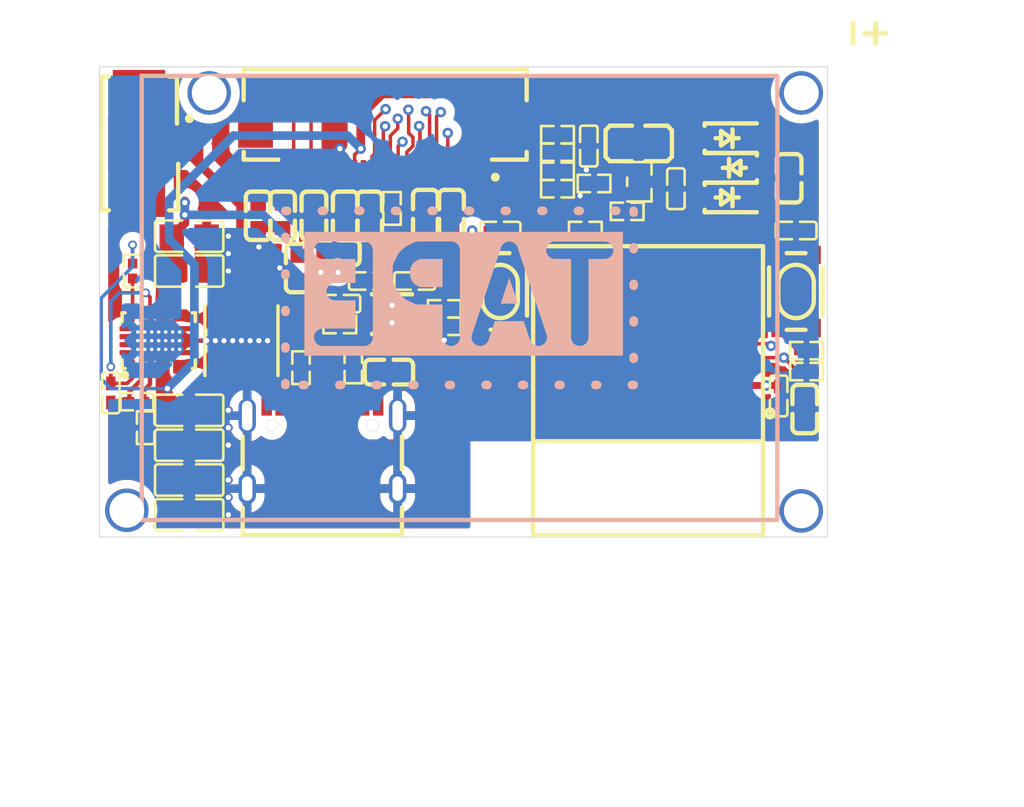
<source format=kicad_pcb>
(kicad_pcb (version 20241229) (generator "pcbnew") (generator_version "9.0")
  (layers (0 "F.Cu" signal) (2 "B.Cu" signal) (13 "F.Paste" user) (15 "B.Paste" user) (5 "F.SilkS" user "F.Silkscreen") (7 "B.SilkS" user "B.Silkscreen") (1 "F.Mask" user) (3 "B.Mask" user) (25 "Edge.Cuts" user))
  (net 0 "")
  (net 1 "esp32.esp32_c3.package.footprint.pins[52].net-net")
  (net 2 "esp32-line-3")
  (net 3 "esp32-line-4")
  (net 4 "-line-14")
  (net 5 "usb.conn.footprint.pins[0].net-net")
  (net 6 "esp32-line-2")
  (net 7 "_25")
  (net 8 "A5")
  (net 9 "-line-7")
  (net 10 "esp32.esp32_c3.package.footprint.pins[1].net-net")
  (net 11 "gate")
  (net 12 "esp32.esp32_c3.package.footprint.pins[26].net-net")
  (net 13 "-line-8")
  (net 14 "output-1")
  (net 15 "_26")
  (net 16 "esp32.esp32_c3.package.footprint.pins[50].net-net")
  (net 17 "-line-0")
  (net 18 "esp32.esp32_c3.package.footprint.pins[20].net-net")
  (net 19 "esp32-line-0")
  (net 20 "-anode-1")
  (net 21 "B5")
  (net 22 "esp32.esp32_c3.package.footprint.pins[17].net-net")
  (net 23 "esp32.esp32_c3.package.footprint.pins[28].net-net")
  (net 24 "epd_fpc-line-0")
  (net 25 "esp32.esp32_c3.package.footprint.pins[25].net-net")
  (net 26 "B8")
  (net 27 "epd_fpc-line-2")
  (net 28 "esp32.esp32_c3.package.footprint.pins[8].net-net")
  (net 29 "esp32.esp32_c3.package.footprint.pins[33].net-net")
  (net 30 "-line-6")
  (net 31 "-line-9")
  (net 32 "source")
  (net 33 "A8")
  (net 34 "esp32.esp32_c3.package.footprint.pins[6].net-net")
  (net 35 "esp32.esp32_c3.package.footprint.pins[21].net-net")
  (net 36 "esp32-line-1")
  (net 37 "-line-4")
  (net 38 "vddio")
  (net 39 "-line-10")
  (net 40 "esp32.esp32_c3.package.footprint.pins[27].net-net")
  (net 41 "esp32-line-5")
  (net 42 "epd_fpc-line-1")
  (net 43 "esp32.esp32_c3.package.footprint.pins[16].net-net")
  (net 44 "-anode-0")
  (net 45 "-line-16")
  (net 46 "-line-13")
  (net 47 "-line-15")
  (net 48 "output-0")
  (net 49 "sw_node")
  (net 50 "cathode")
  (net 51 "-line-3")
  (net 52 "-line-5")
  (net 53 "-line-11")
  (net 54 "-line-1")
  (net 55 "L1")
  (net 56 "ISET")
  (net 57 "ILIM_VSET")
  (net 58 "-hv-2")
  (net 59 "-hv-1")
  (net 60 "STAT2")
  (net 61 "VIN")
  (net 62 "-hv-0")
  (net 63 "EN")
  (net 64 "FB")
  (net 65 "gnd")
  (net 66 "nCE")
  (net 67 "STAT1")
  (net 68 "L2")
  (net 69 "PG")
  (net 70 "TS_MR")
  (net 71 "-line-12")
  (net 72 "-line-2")
  (footprint "UNI_ROYAL_0402WGF1004TCE:R0402" (layer "F.Cu") (at 130.1 99.725 90)
    (property "Reference" "R5" (hide yes))
    (property "Value" "1MΩ ±1% 62.5mW")
  )
  (footprint "MOLEX_532610271:CONN-SMD_532610271" (layer "F.Cu") (at 131.9175 92.4 90)
    (property "Reference" "U1" (hide yes))
    (property "Value" "")
  )
  (footprint "Samsung_Electro_Mechanics_CL21A226MQQNNNE:C0805" (layer "F.Cu") (at 133.35 111.725)
    (property "Reference" "C21" (hide yes))
    (property "Value" "22µF ±20% 6.3V X5R")
  )
  (footprint "Murata_Electronics_GRM155R60J106ME44D:C0402" (layer "F.Cu") (at 143.7 100.3)
    (property "Reference" "C26" (hide yes))
    (property "Value" "10µF ±20% 6.3V X5R")
  )
  (footprint "Samsung_Electro_Mechanics_CL05A105KA5NQNC:C0402" (layer "F.Cu") (at 146.3 100.3 180)
    (property "Reference" "C27" (hide yes))
    (property "Value" "1µF ±10% 25V X5R")
  )
  (footprint "Samsung_Electro_Mechanics_CL10A105KB8NNNC:C0603" (layer "F.Cu") (at 137.313182 96.554221 -90)
    (property "Reference" "C13" (hide yes))
    (property "Value" "1µF ±10% 50V X5R")
  )
  (footprint "Samsung_Electro_Mechanics_CL10A105KB8NNNC:C0603" (layer "F.Cu") (at 143.713182 96.554221 -90)
    (property "Reference" "C2" (hide yes))
    (property "Value" "1µF ±10% 50V X5R")
  )
  (footprint "UNI_ROYAL_0402WGF4701TCE:R0402" (layer "F.Cu") (at 139.772949 105.277503 90)
    (property "Reference" "R13" (hide yes))
    (property "Value" "4.7kΩ ±1% 62.5mW")
  )
  (footprint "UNI_ROYAL_0402WGF1002TCE:R0402" (layer "F.Cu") (at 168.8 104.3 180)
    (property "Reference" "R9" (hide yes))
    (property "Value" "10kΩ ±1% 62.5mW")
  )
  (footprint "UNI_ROYAL_0402WGF1803TCE:R0402" (layer "F.Cu") (at 130.35 107.225 180)
    (property "Reference" "R1" (hide yes))
    (property "Value" "180kΩ ±1% 62.5mW")
  )
  (footprint "UNI_ROYAL_0402WGF1802TCE:R0402" (layer "F.Cu") (at 148 102.9)
    (property "Reference" "R17" (hide yes))
    (property "Value" "18kΩ ±1% 62.5mW")
  )
  (footprint "UNI_ROYAL_0402WGF2001TCE:R0402" (layer "F.Cu") (at 148 101.9)
    (property "Reference" "R15" (hide yes))
    (property "Value" "2kΩ ±1% 62.5mW")
  )
  (footprint "UNI_ROYAL_0402WGF1002TCE:R0402" (layer "F.Cu") (at 154.5 92.9)
    (property "Reference" "R12" (hide yes))
    (property "Value" "10kΩ ±1% 62.5mW")
  )
  (footprint "Samsung_Electro_Mechanics_CL10A105KB8NNNC:C0603" (layer "F.Cu") (at 167.8 94.4 -90)
    (property "Reference" "C12" (hide yes))
    (property "Value" "1µF ±10% 50V X5R")
  )
  (footprint "Samsung_Electro_Mechanics_CL10A105KB8NNNC:C0603" (layer "F.Cu") (at 139.613182 99.554221 -90)
    (property "Reference" "C10" (hide yes))
    (property "Value" "1µF ±10% 50V X5R")
  )
  (footprint "UNI_ROYAL_0402WGF1002TCE:R0402" (layer "F.Cu") (at 168.8 105.5)
    (property "Reference" "R7" (hide yes))
    (property "Value" "10kΩ ±1% 62.5mW")
  )
  (footprint "Samsung_Electro_Mechanics_CL05A105KA5NQNC:C0402" (layer "F.Cu") (at 161.3 95 90)
    (property "Reference" "C18" (hide yes))
    (property "Value" "1µF ±10% 25V X5R")
  )
  (footprint "UNI_ROYAL_0402WGF1004TCE:R0402" (layer "F.Cu") (at 130.85 108.725 90)
    (property "Reference" "R2" (hide yes))
    (property "Value" "1MΩ ±1% 62.5mW")
  )
  (footprint "TDK_MLF2012C680KT000:L0805" (layer "F.Cu") (at 159.2 92.4)
    (property "Reference" "L2" (hide yes))
    (property "Value" "68µH ±10% 9MHz 2mA 2Ω")
  )
  (footprint "Samsung_Electro_Mechanics_CL21A226MQQNNNE:C0805" (layer "F.Cu") (at 133.35 107.725)
    (property "Reference" "C23" (hide yes))
    (property "Value" "22µF ±20% 6.3V X5R")
  )
  (footprint "UNI_ROYAL_0402WGF1002TCE:R0402" (layer "F.Cu") (at 156.6 94.7 180)
    (property "Reference" "R11" (hide yes))
    (property "Value" "10kΩ ±1% 62.5mW")
  )
  (footprint "TWGMC_MBR0530:SOD-123_L2.7-W1.6-LS3.7-RD-1" (layer "F.Cu") (at 164.6 93.8)
    (property "Reference" "D3" (hide yes))
    (property "Value" "")
  )
  (footprint "Texas_Instruments_TPS63020DSJR:VSON-14_L4.0-W3.0-P0.50-BL-EP_TI_DSJ" (layer "F.Cu") (at 131.6 103.725)
    (property "Reference" "U3" (hide yes))
    (property "Value" "")
  )
  (footprint "Samsung_Electro_Mechanics_CL05B104KO5NNNC:C0402" (layer "F.Cu") (at 168.2 97.4 180)
    (property "Reference" "C15" (hide yes))
    (property "Value" "100nF ±10% 16V X7R")
  )
  (footprint "Espressif_Systems_ESP32_C3_MINI_1_N4:WIFIM-SMD_ESP32-C3-MINI-1" (layer "F.Cu") (at 159.7 103.9 180)
    (property "Reference" "U2" (hide yes))
    (property "Value" "")
  )
  (footprint "UNI_ROYAL_0402WGF4701TCE:R0402" (layer "F.Cu") (at 142.773595 105.23043 90)
    (property "Reference" "R14" (hide yes))
    (property "Value" "4.7kΩ ±1% 62.5mW")
  )
  (footprint "UNI_ROYAL_0402WGF470LTCE:R0402" (layer "F.Cu") (at 158.5 96.3)
    (property "Reference" "R10" (hide yes))
    (property "Value" "470mΩ ±1% 62.5mW")
  )
  (footprint "Samsung_Electro_Mechanics_CL21A106KAYNNNE:C0805" (layer "F.Cu") (at 133.35 99.725)
    (property "Reference" "C3" (hide yes))
    (property "Value" "10µF ±10% 25V X5R")
  )
  (footprint "cjiang_FNR4030S1R0MT:IND-SMD_L4.0-W4.0_FNR40XXS" (layer "F.Cu") (at 136.35 103.725 -90)
    (property "Reference" "L1" (hide yes))
    (property "Value" "1µH ±20% 4.7A 18mΩ")
  )
  (footprint "Samsung_Electro_Mechanics_CL05B104KO5NNNC:C0402" (layer "F.Cu") (at 128.85 106.725 -90)
    (property "Reference" "C24" (hide yes))
    (property "Value" "100nF ±10% 16V X7R")
  )
  (footprint "kinghelm_KH_TYPE_C_16P:USB-C-SMD_KH-TYPE-C-16P" (layer "F.Cu") (at 141 109.8)
    (property "Reference" "USB1" (hide yes))
    (property "Value" "")
  )
  (footprint "Samsung_Electro_Mechanics_CL05A475MP5NRNC:C0402" (layer "F.Cu") (at 156.3 92.55 -90)
    (property "Reference" "C1" (hide yes))
    (property "Value" "4.7µF ±20% 10V X5R")
  )
  (footprint "Samsung_Electro_Mechanics_CL21A226MQQNNNE:C0805" (layer "F.Cu") (at 133.35 113.725)
    (property "Reference" "C20" (hide yes))
    (property "Value" "22µF ±20% 6.3V X5R")
  )
  (footprint "UNI_ROYAL_0402WGF1002TCE:R0402" (layer "F.Cu") (at 142 102.8 180)
    (property "Reference" "R16" (hide yes))
    (property "Value" "10kΩ ±1% 62.5mW")
  )
  (footprint "TECH_PUBLIC_SI1308EDL:SOT-323-3_L2.0-W1.3-P1.30-LS2.1-BR" (layer "F.Cu") (at 159.2 94.6 180)
    (property "Reference" "Q1" (hide yes))
    (property "Value" "")
  )
  (footprint "UNI_ROYAL_0402WGF330KTCE:R0402" (layer "F.Cu") (at 154.5 95)
    (property "Reference" "R3" (hide yes))
    (property "Value" "3.3Ω ±1% 62.5mW")
  )
  (footprint "ALPSALPINE_SKRPACE010:KEY-SMD_4P-L4.2-W3.2-P2.20-LS4.6" (layer "F.Cu") (at 151.2 100.9 90)
    (property "Reference" "SW1" (hide yes))
    (property "Value" "")
  )
  (footprint "UNI_ROYAL_0402WGF1002TCE:R0402" (layer "F.Cu") (at 154.5 94)
    (property "Reference" "R4" (hide yes))
    (property "Value" "10kΩ ±1% 62.5mW")
  )
  (footprint "Samsung_Electro_Mechanics_CL21A226MQQNNNE:C0805" (layer "F.Cu") (at 133.35 109.725)
    (property "Reference" "C22" (hide yes))
    (property "Value" "22µF ±20% 6.3V X5R")
  )
  (footprint "XUNPU_FPC_05F_24PH20:FPC-SMD_24P-P0.50_FPC-05F-24PH20" (layer "F.Cu") (at 144.6 92.69 180)
    (property "Reference" "FPC1" (hide yes))
    (property "Value" "")
  )
  (footprint "Samsung_Electro_Mechanics_CL10A105KB8NNNC:C0603" (layer "F.Cu") (at 142.313182 96.554221 -90)
    (property "Reference" "C7" (hide yes))
    (property "Value" "1µF ±10% 50V X5R")
  )
  (footprint "Samsung_Electro_Mechanics_CL21A106KAYNNNE:C0805" (layer "F.Cu") (at 133.35 97.725)
    (property "Reference" "C4" (hide yes))
    (property "Value" "10µF ±10% 25V X5R")
  )
  (footprint "UNI_ROYAL_0402WGF1002TCE:R0402" (layer "F.Cu") (at 154.5 91.9)
    (property "Reference" "R6" (hide yes))
    (property "Value" "10kΩ ±1% 62.5mW")
  )
  (footprint "Samsung_Electro_Mechanics_CL05B104KO5NNNC:C0402" (layer "F.Cu") (at 151.2 97.4)
    (property "Reference" "C14" (hide yes))
    (property "Value" "100nF ±10% 16V X7R")
  )
  (footprint "UNI_ROYAL_0402WGF1002TCE:R0402" (layer "F.Cu") (at 146.663837 103.878114)
    (property "Reference" "R19" (hide yes))
    (property "Value" "10kΩ ±1% 62.5mW")
  )
  (footprint "Samsung_Electro_Mechanics_CL10A105KB8NNNC:C0603" (layer "F.Cu") (at 146.913182 96.454221 -90)
    (property "Reference" "C6" (hide yes))
    (property "Value" "1µF ±10% 50V X5R")
  )
  (footprint "UNI_ROYAL_0402WGF1002TCE:R0402" (layer "F.Cu") (at 145 96.13 -90)
    (property "Reference" "R18" (hide yes))
    (property "Value" "10kΩ ±1% 62.5mW")
  )
  (footprint "Samsung_Electro_Mechanics_CL10A105KB8NNNC:C0603" (layer "F.Cu") (at 138.713182 96.554221 -90)
    (property "Reference" "C11" (hide yes))
    (property "Value" "1µF ±10% 50V X5R")
  )
  (footprint "Samsung_Electro_Mechanics_CL10A475KO8NNNC:C0603" (layer "F.Cu") (at 144.817527 105.531916)
    (property "Reference" "C19" (hide yes))
    (property "Value" "4.7µF ±10% 16V X5R")
  )
  (footprint "Samsung_Electro_Mechanics_CL10A105KB8NNNC:C0603" (layer "F.Cu") (at 148.413182 96.454221 -90)
    (property "Reference" "C5" (hide yes))
    (property "Value" "1µF ±10% 50V X5R")
  )
  (footprint "Samsung_Electro_Mechanics_CL05A105KA5NQNC:C0402" (layer "F.Cu") (at 142 101.6 180)
    (property "Reference" "C25" (hide yes))
    (property "Value" "1µF ±10% 25V X5R")
  )
  (footprint "Samsung_Electro_Mechanics_CL10A105KB8NNNC:C0603" (layer "F.Cu") (at 141.752718 98.676807)
    (property "Reference" "C8" (hide yes))
    (property "Value" "1µF ±10% 50V X5R")
  )
  (footprint "ALPSALPINE_SKRPACE010:KEY-SMD_4P-L4.2-W3.2-P2.20-LS4.6" (layer "F.Cu") (at 168.2 100.9 -90)
    (property "Reference" "SW2" (hide yes))
    (property "Value" "")
  )
  (footprint "UNI_ROYAL_0402WGF1002TCE:R0402" (layer "F.Cu") (at 156.1 97.4 180)
    (property "Reference" "R8" (hide yes))
    (property "Value" "10kΩ ±1% 62.5mW")
  )
  (footprint "BQ25185DLHR_BQ25185DLHR:WSON-10_L2.2-W2.0-P0.40-BL-EP_TI_DLH0010A" (layer "F.Cu") (at 145 102.2 -90)
    (property "Reference" "U4" (hide yes))
    (property "Value" "")
  )
  (footprint "Samsung_Electro_Mechanics_CL05B104KO5NNNC:C0402" (layer "F.Cu") (at 167.2 106.9 -90)
    (property "Reference" "C17" (hide yes))
    (property "Value" "100nF ±10% 16V X7R")
  )
  (footprint "Samsung_Electro_Mechanics_CL10A105KB8NNNC:C0603" (layer "F.Cu") (at 140.513182 96.554221 -90)
    (property "Reference" "C9" (hide yes))
    (property "Value" "1µF ±10% 50V X5R")
  )
  (footprint "TWGMC_MBR0530:SOD-123_L2.7-W1.6-LS3.7-RD-1" (layer "F.Cu") (at 164.3 95.5 180)
    (property "Reference" "D1" (hide yes))
    (property "Value" "")
  )
  (footprint "Samsung_Electro_Mechanics_CL10A226MQ8NRNC:C0603" (layer "F.Cu") (at 168.7 107.65 -90)
    (property "Reference" "C16" (hide yes))
    (property "Value" "22µF ±20% 6.3V X5R")
  )
  (footprint "TWGMC_MBR0530:SOD-123_L2.7-W1.6-LS3.7-RD-1" (layer "F.Cu") (at 164.3 92.1 180)
    (property "Reference" "D2" (hide yes))
    (property "Value" "")
  )
  (footprint "EEMB_BATTERY_LP402535:EEMB_BATTERY_LP402535" (layer "B.Cu") (at 148.875 101.27 -90)
    (property "Reference" "B1" (hide yes))
    (property "Value" "")
  )
  (gr_rect (start 128.2 88) (end 170 115) (stroke (width 0.05)) (fill no) (layer "Edge.Cuts"))
  (gr_text "+" (at 172.875 86.07 270) (layer "F.SilkS") (effects (font (size 1.5 1.5) (thickness 0.3))))
  (gr_text "-" (at 171.575 86.07 270) (layer "F.SilkS") (effects (font (size 1.5 1.5) (thickness 0.3))))
  (via (at 149.6 97.4) (size 0.6) (drill 0.3) (layers "F.Cu" "B.Cu") (net 0))
  (via (at 168.5 113.5) (size 2.5) (drill 2) (layers "F.Cu" "B.Cu") (net 0))
  (via (at 129.768951 113.464469) (size 2.5) (drill 2) (layers "F.Cu" "B.Cu") (net 0))
  (via (at 168.5 89.5) (size 2.5) (drill 2) (layers "F.Cu" "B.Cu") (net 0))
  (via (at 134.5 89.5) (size 2.5) (drill 2) (layers "F.Cu" "B.Cu") (net 0))
  (segment (start 156.5 97.43) (end 156.53 97.4) (width 0.2) (layer "F.Cu") (net 4))
  (segment (start 156.5 99) (end 156.5 97.43) (width 0.2) (layer "F.Cu") (net 4))
  (segment (start 139.772949 105.787503) (end 139.772949 107.357051) (width 0.25) (layer "F.Cu") (net 8))
  (segment (start 139.772949 107.357051) (end 139.75 107.38) (width 0.25) (layer "F.Cu") (net 8))
  (segment (start 141.363182 93.944221) (end 141.363182 98.604221) (width 0.2) (layer "F.Cu") (net 9))
  (segment (start 141.363182 98.604221) (end 141.313182 98.654221) (width 0.2) (layer "F.Cu") (net 9))
  (segment (start 157.03 94.7) (end 157.03 95.4319) (width 0.2) (layer "F.Cu") (net 11))
  (segment (start 157.55 94.7) (end 158.3 93.95) (width 0.2) (layer "F.Cu") (net 11))
  (segment (start 155.1639 95.801) (end 155.1629 95.8) (width 0.2) (layer "F.Cu") (net 11))
  (segment (start 149.85 94.7899) (end 149.85 93.98) (width 0.2) (layer "F.Cu") (net 11))
  (segment (start 157.03 94.7) (end 157.55 94.7) (width 0.2) (layer "F.Cu") (net 11))
  (segment (start 150.8601 95.8) (end 149.85 94.7899) (width 0.2) (layer "F.Cu") (net 11))
  (segment (start 156.048943 96.001) (end 155.551057 96.001) (width 0.2) (layer "F.Cu") (net 11))
  (segment (start 157.03 95.4319) (end 156.5629 95.899) (width 0.2) (layer "F.Cu") (net 11))
  (segment (start 155.551057 96.001) (end 155.351057 95.801) (width 0.2) (layer "F.Cu") (net 11))
  (segment (start 155.351057 95.801) (end 155.1639 95.801) (width 0.2) (layer "F.Cu") (net 11))
  (segment (start 156.5629 95.899) (end 156.150943 95.899) (width 0.2) (layer "F.Cu") (net 11))
  (segment (start 156.150943 95.899) (end 156.048943 96.001) (width 0.2) (layer "F.Cu") (net 11))
  (segment (start 155.1629 95.8) (end 150.8601 95.8) (width 0.2) (layer "F.Cu") (net 11))
  (segment (start 140.513182 95.854221) (end 140.863182 95.504221) (width 0.2) (layer "F.Cu") (net 13))
  (segment (start 140.863182 95.504221) (end 140.863182 93.944221) (width 0.2) (layer "F.Cu") (net 13))
  (segment (start 167.13 98.8) (end 167.13 98.67) (width 0.2) (layer "F.Cu") (net 14))
  (segment (start 167.65 98.15) (end 167.65 97.4) (width 0.2) (layer "F.Cu") (net 14))
  (segment (start 167.13 103.13) (end 167.13 103) (width 0.2) (layer "F.Cu") (net 14))
  (segment (start 167.13 98.67) (end 167.65 98.15) (width 0.2) (layer "F.Cu") (net 14))
  (segment (start 167.13 103) (end 167.13 102.93) (width 0.2) (layer "F.Cu") (net 14))
  (segment (start 168.3 104.3) (end 167.13 103.13) (width 0.2) (layer "F.Cu") (net 14))
  (segment (start 167.13 98.8) (end 167.13 103) (width 0.2) (layer "F.Cu") (net 14))
  (segment (start 166.5 102.3) (end 165.6 102.3) (width 0.2) (layer "F.Cu") (net 14))
  (segment (start 167.13 102.93) (end 166.5 102.3) (width 0.2) (layer "F.Cu") (net 14))
  (segment (start 168.37 104.3) (end 168.3 104.3) (width 0.2) (layer "F.Cu") (net 14))
  (segment (start 146.85 93.034143) (end 147.154131 92.730012) (width 0.2) (layer "F.Cu") (net 17))
  (segment (start 147.154131 90.754131) (end 146.95 90.55) (width 0.2) (layer "F.Cu") (net 17))
  (segment (start 146.95 90.55) (end 146.9 90.5) (width 0.2) (layer "F.Cu") (net 17))
  (segment (start 147.154131 92.730012) (end 147.154131 90.754131) (width 0.2) (layer "F.Cu") (net 17))
  (segment (start 146.85 93.98) (end 146.85 93.034143) (width 0.2) (layer "F.Cu") (net 17))
  (via (at 146.95 90.55) (size 0.6) (drill 0.3) (layers "F.Cu" "B.Cu") (net 17))
  (segment (start 139.35 93.98) (end 139.35 90.65) (width 0.2) (layer "F.Cu") (net 20))
  (segment (start 167.8 92.223) (end 167.8 93.7) (width 0.2) (layer "F.Cu") (net 20))
  (segment (start 164.178 88.601) (end 167.8 92.223) (width 0.2) (layer "F.Cu") (net 20))
  (segment (start 167.7 93.8) (end 167.8 93.7) (width 0.2) (layer "F.Cu") (net 20))
  (segment (start 141.399 88.601) (end 164.178 88.601) (width 0.2) (layer "F.Cu") (net 20))
  (segment (start 139.35 90.65) (end 141.399 88.601) (width 0.2) (layer "F.Cu") (net 20))
  (segment (start 166.3 93.8) (end 167.7 93.8) (width 0.2) (layer "F.Cu") (net 20))
  (segment (start 142.773595 107.356405) (end 142.75 107.38) (width 0.25) (layer "F.Cu") (net 21))
  (segment (start 142.773595 105.74043) (end 142.773595 107.356405) (width 0.25) (layer "F.Cu") (net 21))
  (segment (start 147.555131 90.844869) (end 147.8 90.6) (width 0.2) (layer "F.Cu") (net 27))
  (segment (start 147.35 93.98) (end 147.35 93.103) (width 0.2) (layer "F.Cu") (net 27))
  (segment (start 147.35 93.103) (end 147.5 92.953) (width 0.2) (layer "F.Cu") (net 27))
  (segment (start 147.555131 92.896112) (end 147.555131 90.844869) (width 0.2) (layer "F.Cu") (net 27))
  (segment (start 147.5 92.953) (end 147.5 92.951243) (width 0.2) (layer "F.Cu") (net 27))
  (segment (start 147.5 92.951243) (end 147.555131 92.896112) (width 0.2) (layer "F.Cu") (net 27))
  (via (at 147.8 90.6) (size 0.6) (drill 0.3) (layers "F.Cu" "B.Cu") (net 27))
  (segment (start 141.863182 95.404221) (end 141.863182 93.944221) (width 0.2) (layer "F.Cu") (net 30))
  (segment (start 142.313182 95.854221) (end 141.863182 95.404221) (width 0.2) (layer "F.Cu") (net 30))
  (segment (start 139.863182 94.645439) (end 139.863182 93.944221) (width 0.2) (layer "F.Cu") (net 31))
  (segment (start 138.713182 95.795439) (end 139.863182 94.645439) (width 0.2) (layer "F.Cu") (net 31))
  (segment (start 138.713182 95.854221) (end 138.713182 95.795439) (width 0.2) (layer "F.Cu") (net 31))
  (segment (start 158.3 95.25) (end 158.3 96.07) (width 0.2) (layer "F.Cu") (net 32))
  (segment (start 150.694 96.201) (end 154.9968 96.201) (width 0.2) (layer "F.Cu") (net 32))
  (segment (start 156.215043 96.402) (end 156.317043 96.3) (width 0.2) (layer "F.Cu") (net 32))
  (segment (start 158.1 97.1) (end 157.8 97.4) (width 0.2) (layer "F.Cu") (net 32))
  (segment (start 155.184957 96.202) (end 155.384957 96.402) (width 0.2) (layer "F.Cu") (net 32))
  (segment (start 149.35 94.857) (end 150.694 96.201) (width 0.2) (layer "F.Cu") (net 32))
  (segment (start 154.9978 96.202) (end 155.184957 96.202) (width 0.2) (layer "F.Cu") (net 32))
  (segment (start 158.3 96.07) (end 158.07 96.3) (width 0.2) (layer "F.Cu") (net 32))
  (segment (start 158.07 96.3) (end 158.1 96.33) (width 0.2) (layer "F.Cu") (net 32))
  (segment (start 156.317043 96.3) (end 158.07 96.3) (width 0.2) (layer "F.Cu") (net 32))
  (segment (start 158.1 96.33) (end 158.1 97.1) (width 0.2) (layer "F.Cu") (net 32))
  (segment (start 155.384957 96.402) (end 156.215043 96.402) (width 0.2) (layer "F.Cu") (net 32))
  (segment (start 154.9968 96.201) (end 154.9978 96.202) (width 0.2) (layer "F.Cu") (net 32))
  (segment (start 149.35 93.98) (end 149.35 94.857) (width 0.2) (layer "F.Cu") (net 32))
  (segment (start 148.863182 95.304221) (end 148.863182 93.944221) (width 0.2) (layer "F.Cu") (net 37))
  (segment (start 148.413182 95.754221) (end 148.863182 95.304221) (width 0.2) (layer "F.Cu") (net 37))
  (segment (start 143.363182 95.504221) (end 143.363182 93.944221) (width 0.2) (layer "F.Cu") (net 38))
  (segment (start 143.713182 95.854221) (end 143.363182 95.504221) (width 0.2) (layer "F.Cu") (net 38))
  (segment (start 137.313182 95.854221) (end 137.313182 95.494221) (width 0.2) (layer "F.Cu") (net 39))
  (segment (start 137.313182 95.494221) (end 138.863182 93.944221) (width 0.2) (layer "F.Cu") (net 39))
  (segment (start 147.85 93.1701) (end 148.2 92.8201) (width 0.2) (layer "F.Cu") (net 42))
  (segment (start 148.2 92.8201) (end 148.2 91.8) (width 0.2) (layer "F.Cu") (net 42))
  (segment (start 147.85 93.98) (end 147.85 93.1701) (width 0.2) (layer "F.Cu") (net 42))
  (via (at 148.2 91.8) (size 0.6) (drill 0.3) (layers "F.Cu" "B.Cu") (net 42))
  (segment (start 162.9 95.2) (end 162.6 95.5) (width 0.2) (layer "F.Cu") (net 44))
  (segment (start 162.6 95.5) (end 161.35 95.5) (width 0.2) (layer "F.Cu") (net 44))
  (segment (start 161.35 95.5) (end 161.3 95.55) (width 0.2) (layer "F.Cu") (net 44))
  (segment (start 162.9 93.8) (end 162.9 95.2) (width 0.2) (layer "F.Cu") (net 44))
  (segment (start 140.75 108.35) (end 140.75 107.38) (width 0.2) (layer "F.Cu") (net 45))
  (segment (start 151.619 105.128) (end 146.847 109.9) (width 0.2) (layer "F.Cu") (net 45))
  (segment (start 151.619 102.174) (end 151.619 105.128) (width 0.2) (layer "F.Cu") (net 45))
  (segment (start 146.847 109.9) (end 142.3 109.9) (width 0.2) (layer "F.Cu") (net 45))
  (segment (start 153.8 101.5) (end 152.293 101.5) (width 0.2) (layer "F.Cu") (net 45))
  (segment (start 152.293 101.5) (end 151.619 102.174) (width 0.2) (layer "F.Cu") (net 45))
  (segment (start 142.3 109.9) (end 140.75 108.35) (width 0.2) (layer "F.Cu") (net 45))
  (segment (start 144 91.060662) (end 144 93) (width 0.2) (layer "F.Cu") (net 46))
  (segment (start 144 93) (end 143.85 93.15) (width 0.2) (layer "F.Cu") (net 46))
  (segment (start 143.85 93.15) (end 143.85 93.98) (width 0.2) (layer "F.Cu") (net 46))
  (segment (start 144.628831 90.431831) (end 144 91.060662) (width 0.2) (layer "F.Cu") (net 46))
  (via (at 144.628831 90.431831) (size 0.6) (drill 0.3) (layers "F.Cu" "B.Cu") (net 46))
  (segment (start 141.25 106.478) (end 141.25 107.38) (width 0.2) (layer "F.Cu") (net 47))
  (segment (start 141.25 107.38) (end 141.25 108.25) (width 0.2) (layer "F.Cu") (net 47))
  (segment (start 152.5259 100.7) (end 153.8 100.7) (width 0.2) (layer "F.Cu") (net 47))
  (segment (start 141.201 106.429) (end 141.25 106.478) (width 0.2) (layer "F.Cu") (net 47))
  (segment (start 151.218 104.9619) (end 151.218 102.0079) (width 0.2) (layer "F.Cu") (net 47))
  (segment (start 140.299 106.429) (end 141.201 106.429) (width 0.2) (layer "F.Cu") (net 47))
  (segment (start 140.25 107.38) (end 140.25 106.478) (width 0.2) (layer "F.Cu") (net 47))
  (segment (start 140.25 106.478) (end 140.299 106.429) (width 0.2) (layer "F.Cu") (net 47))
  (segment (start 142.499 109.499) (end 146.6809 109.499) (width 0.2) (layer "F.Cu") (net 47))
  (segment (start 151.218 102.0079) (end 152.5259 100.7) (width 0.2) (layer "F.Cu") (net 47))
  (segment (start 146.6809 109.499) (end 151.218 104.9619) (width 0.2) (layer "F.Cu") (net 47))
  (segment (start 141.25 108.25) (end 142.499 109.499) (width 0.2) (layer "F.Cu") (net 47))
  (segment (start 155.7 98.5) (end 154.6 97.4) (width 0.2) (layer "F.Cu") (net 48))
  (segment (start 154.6 97.4) (end 151.75 97.4) (width 0.2) (layer "F.Cu") (net 48))
  (segment (start 152.27 98.8) (end 152.27 98.67) (width 0.2) (layer "F.Cu") (net 48))
  (segment (start 151.75 98.15) (end 151.75 97.4) (width 0.2) (layer "F.Cu") (net 48))
  (segment (start 152.27 98.67) (end 151.75 98.15) (width 0.2) (layer "F.Cu") (net 48))
  (segment (start 155.7 99) (end 155.7 98.5) (width 0.2) (layer "F.Cu") (net 48))
  (segment (start 160.17 92.4) (end 160.17 94.53) (width 0.2) (layer "F.Cu") (net 49))
  (segment (start 162.6 92.1) (end 160.47 92.1) (width 0.2) (layer "F.Cu") (net 49))
  (segment (start 161.3 94.45) (end 160.25 94.45) (width 0.2) (layer "F.Cu") (net 49))
  (segment (start 160.17 94.53) (end 160.1 94.6) (width 0.2) (layer "F.Cu") (net 49))
  (segment (start 160.47 92.1) (end 160.17 92.4) (width 0.2) (layer "F.Cu") (net 49))
  (segment (start 160.25 94.45) (end 160.1 94.6) (width 0.2) (layer "F.Cu") (net 49))
  (segment (start 140.35 90.2171) (end 140.35 93.98) (width 0.2) (layer "F.Cu") (net 50))
  (segment (start 139.762182 98.603221) (end 139.762182 95.313539) (width 0.2) (layer "F.Cu") (net 50))
  (segment (start 141.5651 89.002) (end 140.35 90.2171) (width 0.2) (layer "F.Cu") (net 50))
  (segment (start 164.0119 89.002) (end 141.5651 89.002) (width 0.2) (layer "F.Cu") (net 50))
  (segment (start 166 90.9901) (end 164.0119 89.002) (width 0.2) (layer "F.Cu") (net 50))
  (segment (start 139.762182 95.313539) (end 140.363182 94.712539) (width 0.2) (layer "F.Cu") (net 50))
  (segment (start 166 92.1) (end 166 90.9901) (width 0.2) (layer "F.Cu") (net 50))
  (segment (start 140.363182 94.712539) (end 140.363182 93.944221) (width 0.2) (layer "F.Cu") (net 50))
  (segment (start 145.35 92.55) (end 145.6 92.3) (width 0.2) (layer "F.Cu") (net 51))
  (segment (start 145.35 93.98) (end 145.35 92.55) (width 0.2) (layer "F.Cu") (net 51))
  (via (at 145.6 92.3) (size 0.6) (drill 0.3) (layers "F.Cu" "B.Cu") (net 51))
  (segment (start 148.314182 94.870221) (end 148.363182 94.821221) (width 0.2) (layer "F.Cu") (net 52))
  (segment (start 146.913182 95.754221) (end 147.797182 94.870221) (width 0.2) (layer "F.Cu") (net 52))
  (segment (start 147.797182 94.870221) (end 148.314182 94.870221) (width 0.2) (layer "F.Cu") (net 52))
  (segment (start 148.363182 94.821221) (end 148.363182 93.944221) (width 0.2) (layer "F.Cu") (net 52))
  (segment (start 166.5 103.9) (end 166.639436 103.9) (width 0.2) (layer "F.Cu") (net 53))
  (segment (start 145.85 92.899943) (end 146.201 92.548943) (width 0.2) (layer "F.Cu") (net 53))
  (segment (start 146.201 92.548943) (end 146.201 92.051057) (width 0.2) (layer "F.Cu") (net 53))
  (segment (start 145.87482 90.4) (end 145.8 90.4) (width 0.2) (layer "F.Cu") (net 53))
  (segment (start 166.5 103.9) (end 166.9 103.9) (width 0.2) (layer "F.Cu") (net 53))
  (segment (start 165.6 103.9) (end 166.5 103.9) (width 0.2) (layer "F.Cu") (net 53))
  (segment (start 146.201 92.051057) (end 145.953131 91.803188) (width 0.2) (layer "F.Cu") (net 53))
  (segment (start 145.953131 91.803188) (end 145.953131 90.478311) (width 0.2) (layer "F.Cu") (net 53))
  (segment (start 166.639436 103.9) (end 166.764188 104.024752) (width 0.2) (layer "F.Cu") (net 53))
  (segment (start 145.85 93.98) (end 145.85 92.899943) (width 0.2) (layer "F.Cu") (net 53))
  (segment (start 145.953131 90.478311) (end 145.87482 90.4) (width 0.2) (layer "F.Cu") (net 53))
  (via (at 145.938374 90.461775) (size 0.6) (drill 0.3) (layers "F.Cu" "B.Cu") (net 53))
  (via (at 166.764188 104.024752) (size 0.6) (drill 0.3) (layers "F.Cu" "B.Cu") (net 53))
  (segment (start 146.602 91.448869) (end 146.602 92.2) (width 0.2) (layer "F.Cu") (net 54))
  (segment (start 146.35 93.98) (end 146.35 92.967043) (width 0.2) (layer "F.Cu") (net 54))
  (segment (start 146.602 92.715043) (end 146.602 92.2) (width 0.2) (layer "F.Cu") (net 54))
  (segment (start 146.553131 91.4) (end 146.602 91.448869) (width 0.2) (layer "F.Cu") (net 54))
  (segment (start 146.602 91.502) (end 146.5 91.4) (width 0.2) (layer "F.Cu") (net 54))
  (segment (start 146.602 92.2) (end 146.602 91.502) (width 0.2) (layer "F.Cu") (net 54))
  (segment (start 168.3 105.5) (end 168.37 105.5) (width 0.2) (layer "F.Cu") (net 54))
  (segment (start 167.5 104.7) (end 165.6 104.7) (width 0.2) (layer "F.Cu") (net 54))
  (segment (start 146.35 92.967043) (end 146.602 92.715043) (width 0.2) (layer "F.Cu") (net 54))
  (segment (start 167.5 104.7) (end 168.3 105.5) (width 0.2) (layer "F.Cu") (net 54))
  (via (at 146.553131 91.4) (size 0.6) (drill 0.3) (layers "F.Cu" "B.Cu") (net 54))
  (via (at 167.5 104.7) (size 0.6) (drill 0.3) (layers "F.Cu" "B.Cu") (net 54))
  (segment (start 132.6 102.275) (end 136.2 102.275) (width 0.2) (layer "F.Cu") (net 55))
  (segment (start 136.2 102.275) (end 136.35 102.125) (width 0.2) (layer "F.Cu") (net 55))
  (segment (start 146.9 102.2) (end 147.2 101.9) (width 0.2) (layer "F.Cu") (net 56))
  (segment (start 146.05 102.2) (end 146.9 102.2) (width 0.2) (layer "F.Cu") (net 56))
  (segment (start 147.2 101.9) (end 147.57 101.9) (width 0.2) (layer "F.Cu") (net 56))
  (segment (start 147.2 102.9) (end 147.57 102.9) (width 0.2) (layer "F.Cu") (net 57))
  (segment (start 146.05 102.6) (end 146.9 102.6) (width 0.2) (layer "F.Cu") (net 57))
  (segment (start 146.9 102.6) (end 147.2 102.9) (width 0.2) (layer "F.Cu") (net 57))
  (segment (start 144.718623 104.629377) (end 148.370623 104.629377) (width 0.5) (layer "F.Cu") (net 58))
  (segment (start 149.166 101.179) (end 148.287 100.3) (width 0.5) (layer "F.Cu") (net 58))
  (segment (start 144.3 105.048) (end 144.718623 104.629377) (width 0.5) (layer "F.Cu") (net 58))
  (segment (start 143.55 107.38) (end 143.55 106.15) (width 0.2) (layer "F.Cu") (net 58))
  (segment (start 148.287 100.3) (end 146.85 100.3) (width 0.5) (layer "F.Cu") (net 58))
  (segment (start 143.55 106.15) (end 144.3 105.4) (width 0.2) (layer "F.Cu") (net 58))
  (segment (start 144.3 105.4) (end 144.3 105.048) (width 0.5) (layer "F.Cu") (net 58))
  (segment (start 148.370623 104.629377) (end 149.166 103.834) (width 0.5) (layer "F.Cu") (net 58))
  (segment (start 149.166 103.834) (end 149.166 101.179) (width 0.5) (layer "F.Cu") (net 58))
  (segment (start 154.93 91.9) (end 154.93 92.9) (width 0.2) (layer "F.Cu") (net 59))
  (segment (start 167.15 106.3) (end 167.2 106.35) (width 0.4) (layer "F.Cu") (net 59))
  (segment (start 166.5 106.3) (end 167.15 106.3) (width 0.4) (layer "F.Cu") (net 59))
  (segment (start 155.67 97.4) (end 155.17 96.9) (width 0.2) (layer "F.Cu") (net 59))
  (segment (start 154.93 91.138) (end 153.345 89.553) (width 0.5) (layer "F.Cu") (net 59))
  (segment (start 130.85 109.155) (end 131.42 109.725) (width 0.25) (layer "F.Cu") (net 59))
  (segment (start 167.2 106.35) (end 168.1 106.35) (width 0.4) (layer "F.Cu") (net 59))
  (segment (start 155.03 92) (end 154.93 91.9) (width 0.2) (layer "F.Cu") (net 59))
  (segment (start 154.93 92.9) (end 154.93 94) (width 0.2) (layer "F.Cu") (net 59))
  (segment (start 157.73 91.9) (end 157.2 91.9) (width 0.2) (layer "F.Cu") (net 59))
  (segment (start 131.6 106.975) (end 132.35 107.725) (width 0.2) (layer "F.Cu") (net 59))
  (segment (start 131.42 109.725) (end 132.35 109.725) (width 0.25) (layer "F.Cu") (net 59))
  (segment (start 142.85 93.98) (end 142.85 93.05) (width 0.2) (layer "F.Cu") (net 59))
  (segment (start 157.2 91.9) (end 157.1 92) (width 0.2) (layer "F.Cu") (net 59))
  (segment (start 156.3 92) (end 155.03 92) (width 0.2) (layer "F.Cu") (net 59))
  (segment (start 132.35 113.725) (end 132.35 107.725) (width 1.35) (layer "F.Cu") (net 59))
  (segment (start 142.85 93.05) (end 143.2 92.7) (width 0.2) (layer "F.Cu") (net 59))
  (segment (start 157.1 92) (end 156.3 92) (width 0.2) (layer "F.Cu") (net 59))
  (segment (start 165.6 106.3) (end 166.5 106.3) (width 0.4) (layer "F.Cu") (net 59))
  (segment (start 155.17 96.9) (end 154.2 96.9) (width 0.2) (layer "F.Cu") (net 59))
  (segment (start 168.1 106.35) (end 168.7 106.95) (width 0.4) (layer "F.Cu") (net 59))
  (segment (start 130.1 99.295) (end 130.1 98.225) (width 0.2) (layer "F.Cu") (net 59))
  (segment (start 169.23 104.3) (end 169.23 105.5) (width 0.2) (layer "F.Cu") (net 59))
  (segment (start 131.6 105.175) (end 131.6 106.975) (width 0.2) (layer "F.Cu") (net 59))
  (segment (start 169.23 106.42) (end 168.7 106.95) (width 0.2) (layer "F.Cu") (net 59))
  (segment (start 143.2 90.8) (end 143.2 92.7) (width 0.5) (layer "F.Cu") (net 59))
  (segment (start 153.345 89.553) (end 144.447 89.553) (width 0.5) (layer "F.Cu") (net 59))
  (segment (start 154.93 91.9) (end 154.93 91.138) (width 0.5) (layer "F.Cu") (net 59))
  (segment (start 169.23 105.5) (end 169.23 106.42) (width 0.2) (layer "F.Cu") (net 59))
  (segment (start 158.23 92.4) (end 157.73 91.9) (width 0.2) (layer "F.Cu") (net 59))
  (segment (start 144.447 89.553) (end 143.2 90.8) (width 0.5) (layer "F.Cu") (net 59))
  (segment (start 131.6 105.175) (end 132.1 105.175) (width 0.2) (layer "F.Cu") (net 59))
  (via (at 143.2 92.7) (size 0.6) (drill 0.3) (layers "F.Cu" "B.Cu") (net 59))
  (via (at 166.5 106.3) (size 0.6) (drill 0.3) (layers "F.Cu" "B.Cu") (net 59))
  (via (at 130.1 98.225) (size 0.5) (drill 0.3) (layers "F.Cu" "B.Cu") (net 59))
  (via (at 132.1 106.475) (size 0.5) (drill 0.3) (layers "F.Cu" "B.Cu") (net 59))
  (segment (start 130.1 98.225) (end 130.1 99.475) (width 0.2) (layer "B.Cu") (net 59))
  (segment (start 132.1 106.475) (end 133.649 104.926) (width 0.5) (layer "B.Cu") (net 59))
  (segment (start 142.449 91.949) (end 143.2 92.7) (width 0.5) (layer "B.Cu") (net 59))
  (segment (start 135.888925 91.949) (end 142.449 91.949) (width 0.5) (layer "B.Cu") (net 59))
  (segment (start 128.299 105.924) (end 128.85 106.475) (width 0.2) (layer "B.Cu") (net 59))
  (segment (start 132.2 95.637925) (end 135.888925 91.949) (width 0.5) (layer "B.Cu") (net 59))
  (segment (start 128.85 100.725) (end 128.299 101.276) (width 0.2) (layer "B.Cu") (net 59))
  (segment (start 130.1 99.475) (end 128.85 100.725) (width 0.2) (layer "B.Cu") (net 59))
  (segment (start 132.2 97.9) (end 132.2 95.637925) (width 0.5) (layer "B.Cu") (net 59))
  (segment (start 133.649 104.926) (end 133.649 99.349) (width 0.5) (layer "B.Cu") (net 59))
  (segment (start 128.299 101.276) (end 128.299 105.924) (width 0.2) (layer "B.Cu") (net 59))
  (segment (start 133.649 99.349) (end 132.2 97.9) (width 0.5) (layer "B.Cu") (net 59))
  (segment (start 128.85 106.475) (end 132.1 106.475) (width 0.2) (layer "B.Cu") (net 59))
  (segment (start 133.1 96.975) (end 133.1 96.5) (width 0.5) (layer "F.Cu") (net 61))
  (segment (start 132.35 97.725) (end 132.35 99.725) (width 1.35) (layer "F.Cu") (net 61))
  (segment (start 142.65 99.8) (end 143.15 100.3) (width 0.5) (layer "F.Cu") (net 61))
  (segment (start 132.1 102.275) (end 131.6 102.275) (width 0.2) (layer "F.Cu") (net 61))
  (segment (start 133.1 95.8) (end 133.1 95.7) (width 0.5) (layer "F.Cu") (net 61))
  (segment (start 141.9 99.8) (end 142.65 99.8) (width 0.5) (layer "F.Cu") (net 61))
  (segment (start 131.6 102.275) (end 131.6 100.475) (width 0.2) (layer "F.Cu") (net 61))
  (segment (start 131.6 100.475) (end 132.35 99.725) (width 0.2) (layer "F.Cu") (net 61))
  (segment (start 132.35 97.725) (end 133.1 96.975) (width 0.5) (layer "F.Cu") (net 61))
  (via (at 141.9 99.8) (size 0.6) (drill 0.3) (layers "F.Cu" "B.Cu") (net 61))
  (via (at 133.1 96.5) (size 0.6) (drill 0.3) (layers "F.Cu" "B.Cu") (net 61))
  (via (at 133.1 95.8) (size 0.6) (drill 0.3) (layers "F.Cu" "B.Cu") (net 61))
  (via (at 140.9 99.8) (size 0.6) (drill 0.3) (layers "F.Cu" "B.Cu") (net 61))
  (segment (start 133.1 95.8) (end 133.1 96.5) (width 0.5) (layer "B.Cu") (net 61))
  (segment (start 140.9 99.8) (end 137.6 96.5) (width 0.5) (layer "B.Cu") (net 61))
  (segment (start 141.9 99.8) (end 140.9 99.8) (width 0.5) (layer "B.Cu") (net 61))
  (segment (start 137.6 96.5) (end 133.1 96.5) (width 0.5) (layer "B.Cu") (net 61))
  (segment (start 133.3675 93.02) (end 136.301 95.9535) (width 0.5) (layer "F.Cu") (net 62))
  (segment (start 140.725 100.879) (end 142.296 100.879) (width 0.5) (layer "F.Cu") (net 62))
  (segment (start 136.301 95.9535) (end 136.301 99.701) (width 0.5) (layer "F.Cu") (net 62))
  (segment (start 139.20696 101.6) (end 140.004 101.6) (width 0.5) (layer "F.Cu") (net 62))
  (segment (start 137.39652 100.79652) (end 138.40348 100.79652) (width 0.5) (layer "F.Cu") (net 62))
  (segment (start 142.55 101.133) (end 142.55 101.6) (width 0.5) (layer "F.Cu") (net 62))
  (segment (start 136.301 99.701) (end 137.39652 100.79652) (width 0.5) (layer "F.Cu") (net 62))
  (segment (start 143.95 101.8) (end 143.3 101.8) (width 0.2) (layer "F.Cu") (net 62))
  (segment (start 143.3 101.8) (end 143.1 101.6) (width 0.2) (layer "F.Cu") (net 62))
  (segment (start 138.40348 100.79652) (end 139.20696 101.6) (width 0.5) (layer "F.Cu") (net 62))
  (segment (start 142.296 100.879) (end 142.55 101.133) (width 0.5) (layer "F.Cu") (net 62))
  (segment (start 143.1 101.6) (end 142.55 101.6) (width 0.2) (layer "F.Cu") (net 62))
  (segment (start 140.004 101.6) (end 140.725 100.879) (width 0.5) (layer "F.Cu") (net 62))
  (segment (start 130.6 101.225) (end 130.85 100.975) (width 0.21) (layer "F.Cu") (net 63))
  (segment (start 130.1 105.865474) (end 129.790474 106.175) (width 0.21) (layer "F.Cu") (net 63))
  (segment (start 129.790474 106.175) (end 128.85 106.175) (width 0.21) (layer "F.Cu") (net 63))
  (segment (start 128.85 105.225) (end 128.85 106.175) (width 0.21) (layer "F.Cu") (net 63))
  (segment (start 131.1 101.225) (end 130.85 100.975) (width 0.21) (layer "F.Cu") (net 63))
  (segment (start 131.1 102.275) (end 131.1 101.225) (width 0.21) (layer "F.Cu") (net 63))
  (segment (start 130.1 105.175) (end 130.1 105.865474) (width 0.21) (layer "F.Cu") (net 63))
  (segment (start 130.6 102.275) (end 130.6 101.225) (width 0.21) (layer "F.Cu") (net 63))
  (via (at 130.85 100.975) (size 0.5) (drill 0.3) (layers "F.Cu" "B.Cu") (net 63))
  (via (at 128.85 105.225) (size 0.5) (drill 0.3) (layers "F.Cu" "B.Cu") (net 63))
  (segment (start 129.35 100.975) (end 128.85 101.475) (width 0.21) (layer "B.Cu") (net 63))
  (segment (start 130.85 100.975) (end 129.35 100.975) (width 0.21) (layer "B.Cu") (net 63))
  (segment (start 128.85 101.475) (end 128.85 105.225) (width 0.21) (layer "B.Cu") (net 63))
  (segment (start 131.1 105.175) (end 131.1 106.225) (width 0.25) (layer "F.Cu") (net 64))
  (segment (start 130.78 107.225) (end 130.78 108.225) (width 0.25) (layer "F.Cu") (net 64))
  (segment (start 130.78 108.225) (end 130.85 108.295) (width 0.25) (layer "F.Cu") (net 64))
  (segment (start 130.78 106.545) (end 130.78 107.225) (width 0.25) (layer "F.Cu") (net 64))
  (segment (start 131.1 106.225) (end 130.78 106.545) (width 0.25) (layer "F.Cu") (net 64))
  (segment (start 136.35 103.725) (end 136.85 103.725) (width 0.25) (layer "F.Cu") (net 65))
  (segment (start 169.27 98.8) (end 169.27 98.67) (width 0.2) (layer "F.Cu") (net 65))
  (segment (start 150.13 98.67) (end 150.65 98.15) (width 0.2) (layer "F.Cu") (net 65))
  (segment (start 130.6 105.975) (end 129.92 106.655) (width 0.25) (layer "F.Cu") (net 65))
  (segment (start 137.313182 98.306221) (end 137.313182 97.254221) (width 0.5) (layer "F.Cu") (net 65))
  (segment (start 134.35 97.725) (end 134.35 98.725) (width 1.35) (layer "F.Cu") (net 65))
  (segment (start 134.35 109.725) (end 135.6 109.725) (width 0.5) (layer "F.Cu") (net 65))
  (segment (start 148.43 102.9) (end 148.43 101.9) (width 0.5) (layer "F.Cu") (net 65))
  (segment (start 155.8 95.07) (end 156.17 94.7) (width 0.2) (layer "F.Cu") (net 65))
  (segment (start 147.998473 103.701527) (end 148.43 103.27) (width 0.5) (layer "F.Cu") (net 65))
  (segment (start 129.92 106.655) (end 129.92 107.225) (width 0.25) (layer "F.Cu") (net 65))
  (segment (start 144.35 107.38) (end 144.35 106.75) (width 0.2) (layer "F.Cu") (net 65))
  (segment (start 134.35 98.725) (end 135.6 98.725) (width 0.5) (layer "F.Cu") (net 65))
  (segment (start 168.75 98.15) (end 168.75 97.4) (width 0.2) (layer "F.Cu") (net 65))
  (segment (start 134.35 99.725) (end 135.6 99.725) (width 0.5) (layer "F.Cu") (net 65))
  (segment (start 150.13 98.8) (end 150.13 98.67) (width 0.2) (layer "F.Cu") (net 65))
  (segment (start 148.43 103.27) (end 148.43 102.9) (width 0.5) (layer "F.Cu") (net 65))
  (segment (start 128.85 107.275) (end 129.87 107.275) (width 0.21) (layer "F.Cu") (net 65))
  (segment (start 134.35 107.725) (end 135.6 107.725) (width 0.5) (layer "F.Cu") (net 65))
  (segment (start 155.8 95.4) (end 155.33 95.4) (width 0.2) (layer "F.Cu") (net 65))
  (segment (start 139.613182 100.254221) (end 139.261182 100.254221) (width 0.5) (layer "F.Cu") (net 65))
  (segment (start 169.27 98.67) (end 168.75 98.15) (width 0.2) (layer "F.Cu") (net 65))
  (segment (start 150.65 98.15) (end 150.65 97.4) (width 0.2) (layer "F.Cu") (net 65))
  (segment (start 134.35 97.725) (end 135.6 97.725) (width 0.5) (layer "F.Cu") (net 65))
  (segment (start 135.85 103.725) (end 136.35 103.725) (width 0.25) (layer "F.Cu") (net 65))
  (segment (start 144.35 106.75) (end 145.7 105.4) (width 0.2) (layer "F.Cu") (net 65))
  (segment (start 155.8 95.4) (end 155.8 95.07) (width 0.2) (layer "F.Cu") (net 65))
  (segment (start 147.821886 103.878114) (end 147.998473 103.701527) (width 0.2) (layer "F.Cu") (net 65))
  (segment (start 131.6 103.725) (end 134.35 103.725) (width 0.25) (layer "F.Cu") (net 65))
  (segment (start 156.3 93.1) (end 156.229 93.171) (width 0.2) (layer "F.Cu") (net 65))
  (segment (start 134.85 103.725) (end 135.35 103.725) (width 0.25) (layer "F.Cu") (net 65))
  (segment (start 134.35 108.725) (end 135.6 108.725) (width 0.5) (layer "F.Cu") (net 65))
  (segment (start 137.35 103.725) (end 137.85 103.725) (width 0.25) (layer "F.Cu") (net 65))
  (segment (start 156.161619 93.917857) (end 155.97727 93.733508) (width 0.2) (layer "F.Cu") (net 65))
  (segment (start 161.68 105.88) (end 162.5 106.7) (width 0.2) (layer "F.Cu") (net 65))
  (segment (start 134.35 103.725) (end 134.6 103.725) (width 0.25) (layer "F.Cu") (net 65))
  (segment (start 139.261182 100.254221) (end 138.55348 99.54652) (width 0.5) (layer "F.Cu") (net 65))
  (segment (start 134.35 111.725) (end 135.6 111.725) (width 0.5) (layer "F.Cu") (net 65))
  (segment (start 130.6 105.175) (end 130.6 103.725) (width 0.25) (layer "F.Cu") (net 65))
  (segment (start 134.35 107.725) (end 134.35 113.725) (width 1.35) (layer "F.Cu") (net 65))
  (segment (start 155.33 95.4) (end 154.93 95) (width 0.2) (layer "F.Cu") (net 65))
  (segment (start 142.35 93.05) (end 142 92.7) (width 0.2) (layer "F.Cu") (net 65))
  (segment (start 134.35 98.725) (end 134.35 99.725) (width 1.35) (layer "F.Cu") (net 65))
  (segment (start 155.97727 93.733508) (end 155.97727 93.42273) (width 0.2) (layer "F.Cu") (net 65))
  (segment (start 134.35 112.725) (end 135.6 112.725) (width 0.5) (layer "F.Cu") (net 65))
  (segment (start 129.87 107.275) (end 129.92 107.225) (width 0.21) (layer "F.Cu") (net 65))
  (segment (start 135.35 103.725) (end 135.85 103.725) (width 0.25) (layer "F.Cu") (net 65))
  (segment (start 130.6 103.725) (end 131.6 103.725) (width 0.25) (layer "F.Cu") (net 65))
  (segment (start 136.85 103.725) (end 137.35 103.725) (width 0.25) (layer "F.Cu") (net 65))
  (segment (start 134.6 103.725) (end 134.85 103.725) (width 0.25) (layer "F.Cu") (net 65))
  (segment (start 138.55348 99.54652) (end 137.35348 98.34652) (width 0.5) (layer "F.Cu") (net 65))
  (segment (start 137.35348 98.34652) (end 137.313182 98.306221) (width 0.5) (layer "F.Cu") (net 65))
  (segment (start 147.093837 103.878114) (end 147.821886 103.878114) (width 0.2) (layer "F.Cu") (net 65))
  (segment (start 155.97727 93.42273) (end 156.3 93.1) (width 0.2) (layer "F.Cu") (net 65))
  (segment (start 134.35 113.725) (end 135.6 113.725) (width 0.5) (layer "F.Cu") (net 65))
  (segment (start 142.35 93.98) (end 142.35 93.05) (width 0.2) (layer "F.Cu") (net 65))
  (segment (start 130.6 105.175) (end 130.6 105.975) (width 0.25) (layer "F.Cu") (net 65))
  (via (at 135.6 108.725) (size 0.5) (drill 0.3) (layers "F.Cu" "B.Cu") (net 65))
  (via (at 137.85 103.725) (size 0.5) (drill 0.3) (layers "F.Cu" "B.Cu") (net 65))
  (via (at 142 92.7) (size 0.6) (drill 0.3) (layers "F.Cu" "B.Cu") (net 65))
  (via (at 135.6 107.725) (size 0.5) (drill 0.3) (layers "F.Cu" "B.Cu") (net 65))
  (via (at 135.6 112.725) (size 0.5) (drill 0.3) (layers "F.Cu" "B.Cu") (net 65))
  (via (at 145 101.7) (size 0.5) (drill 0.3) (layers "F.Cu" "B.Cu") (net 65))
  (via (at 137.35348 98.34652) (size 0.6) (drill 0.3) (layers "F.Cu" "B.Cu") (net 65))
  (via (at 135.85 103.725) (size 0.5) (drill 0.3) (layers "F.Cu" "B.Cu") (net 65))
  (via (at 136.85 103.725) (size 0.5) (drill 0.3) (layers "F.Cu" "B.Cu") (net 65))
  (via (at 155.8 95.4) (size 0.6) (drill 0.3) (layers "F.Cu" "B.Cu") (net 65))
  (via (at 135.6 99.725) (size 0.5) (drill 0.3) (layers "F.Cu" "B.Cu") (net 65))
  (via (at 147.998473 103.701527) (size 0.6) (drill 0.3) (layers "F.Cu" "B.Cu") (net 65))
  (via (at 135.6 98.725) (size 0.5) (drill 0.3) (layers "F.Cu" "B.Cu") (net 65))
  (via (at 136.35 103.725) (size 0.5) (drill 0.3) (layers "F.Cu" "B.Cu") (net 65))
  (via (at 156.161619 93.917857) (size 0.6) (drill 0.3) (layers "F.Cu" "B.Cu") (net 65))
  (via (at 138.55348 99.54652) (size 0.6) (drill 0.3) (layers "F.Cu" "B.Cu") (net 65))
  (via (at 135.6 97.725) (size 0.5) (drill 0.3) (layers "F.Cu" "B.Cu") (net 65))
  (via (at 134.35 103.725) (size 0.5) (drill 0.3) (layers "F.Cu" "B.Cu") (net 65))
  (via (at 135.6 113.725) (size 0.5) (drill 0.3) (layers "F.Cu" "B.Cu") (net 65))
  (via (at 135.35 103.725) (size 0.5) (drill 0.3) (layers "F.Cu" "B.Cu") (net 65))
  (via (at 137.35 103.725) (size 0.5) (drill 0.3) (layers "F.Cu" "B.Cu") (net 65))
  (via (at 134.85 103.725) (size 0.5) (drill 0.3) (layers "F.Cu" "B.Cu") (net 65))
  (via (at 145 102.7) (size 0.5) (drill 0.3) (layers "F.Cu" "B.Cu") (net 65))
  (via (at 135.6 109.725) (size 0.5) (drill 0.3) (layers "F.Cu" "B.Cu") (net 65))
  (via (at 135.6 111.725) (size 0.5) (drill 0.3) (layers "F.Cu" "B.Cu") (net 65))
  (segment (start 143.301 102.6) (end 143.95 102.6) (width 0.2) (layer "F.Cu") (net 66))
  (segment (start 142.43 102.8) (end 143.101 102.8) (width 0.2) (layer "F.Cu") (net 66))
  (segment (start 143.101 102.8) (end 143.301 102.6) (width 0.2) (layer "F.Cu") (net 66))
  (segment (start 132.6 105.175) (end 136.2 105.175) (width 0.2) (layer "F.Cu") (net 68))
  (segment (start 136.2 105.175) (end 136.35 105.325) (width 0.2) (layer "F.Cu") (net 68))
  (segment (start 130.1 100.155) (end 130.1 102.275) (width 0.21) (layer "F.Cu") (net 69))
  (segment (start 146.233837 103.183837) (end 146.05 103) (width 0.2) (layer "F.Cu") (net 70))
  (segment (start 146.233837 103.878114) (end 146.233837 103.183837) (width 0.2) (layer "F.Cu") (net 70))
  (segment (start 144.586668 91.413332) (end 144.5 91.5) (width 0.2) (layer "F.Cu") (net 71))
  (segment (start 144.5 93.0671) (end 144.35 93.2171) (width 0.2) (layer "F.Cu") (net 71))
  (segment (start 144.5 91.5) (end 144.5 93.0671) (width 0.2) (layer "F.Cu") (net 71))
  (segment (start 144.35 93.2171) (end 144.35 93.98) (width 0.2) (layer "F.Cu") (net 71))
  (segment (start 144.6 91.413332) (end 144.586668 91.413332) (width 0.2) (layer "F.Cu") (net 71))
  (via (at 144.6 91.413332) (size 0.6) (drill 0.3) (layers "F.Cu" "B.Cu") (net 71))
  (segment (start 145 95.7) (end 144.85 95.55) (width 0.2) (layer "F.Cu") (net 72))
  (segment (start 144.901 93.2332) (end 144.901 91.962275) (width 0.2) (layer "F.Cu") (net 72))
  (segment (start 144.85 93.98) (end 144.85 93.2842) (width 0.2) (layer "F.Cu") (net 72))
  (segment (start 145.327551 91.535724) (end 145.327551 90.978399) (width 0.2) (layer "F.Cu") (net 72))
  (segment (start 144.85 93.2842) (end 144.901 93.2332) (width 0.2) (layer "F.Cu") (net 72))
  (segment (start 144.901 91.962275) (end 145.327551 91.535724) (width 0.2) (layer "F.Cu") (net 72))
  (via (at 145.327551 90.978399) (size 0.6) (drill 0.3) (layers "F.Cu" "B.Cu") (net 72))
  (zone (net 65) (net_name "gnd") (layer "F.Cu") (priority 1) (connect_pads yes (clearance 0.2)) (min_thickness 0.2) (fill yes (thermal_gap 0.2) (thermal_bridge_width 0.2))
    (polygon (pts (xy 146.3 99.8) (xy 143.7 99.8) (xy 143.7 100.9) (xy 144.4 100.9) (xy 144.4 102.8) (xy 143.7 102.8) (xy 143.7 103.5) (xy 145.6 103.5) (xy 145.6 100.9) (xy 146.3 100.9)))
  )
  (zone (net 55) (net_name "L1") (layer "F.Cu") (priority 1) (connect_pads yes (clearance 0.2)) (min_thickness 0.2) (fill yes (thermal_gap 0.5) (thermal_bridge_width 0.5))
    (polygon (pts (xy 132.35 102.725) (xy 132.35 101.725) (xy 132.95 100.875) (xy 138.3 100.875) (xy 138.3 103.125) (xy 134.4 103.125) (xy 134 102.725)))
  )
  (zone (net 68) (net_name "L2") (layer "F.Cu") (priority 1) (connect_pads yes (clearance 0.2)) (min_thickness 0.2) (fill yes (thermal_gap 0.5) (thermal_bridge_width 0.5))
    (polygon (pts (xy 132.35 104.725) (xy 132.35 105.725) (xy 132.95 106.575) (xy 138.3 106.575) (xy 138.3 104.325) (xy 134.4 104.325) (xy 134 104.725)))
  )
  (zone (net 61) (net_name "VIN") (layer "F.Cu") (connect_pads yes (clearance 0.2)) (min_thickness 0.2) (fill yes (thermal_gap 0.2) (thermal_bridge_width 0.2))
    (polygon (pts (xy 144.4 101.6) (xy 144.4 100.9) (xy 143.7 100.9) (xy 143.7 99.8) (xy 142.5 99.8) (xy 142.5 100.8) (xy 143.5 101.6)))
  )
  (zone (net 59) (net_name "-hv-1") (layer "F.Cu") (connect_pads yes (clearance 0.2)) (min_thickness 0.2) (fill yes (thermal_gap 0.5) (thermal_bridge_width 0.5))
    (polygon (pts (xy 131.35 104.725) (xy 132.35 104.725) (xy 132.35 105.725) (xy 133.25 107.025) (xy 133.25 108.425) (xy 131.45 108.425) (xy 131.45 106.875)))
  )
  (zone (net 61) (net_name "VIN") (layer "F.Cu") (connect_pads yes (clearance 0.2)) (min_thickness 0.2) (fill yes (thermal_gap 0.5) (thermal_bridge_width 0.5))
    (polygon (pts (xy 131.35 102.725) (xy 132.35 102.725) (xy 132.35 101.725) (xy 133.25 100.425) (xy 133.25 99.025) (xy 131.45 99.025) (xy 131.45 100.575)))
  )
  (zone (net 58) (net_name "-hv-2") (layer "F.Cu") (connect_pads yes (clearance 0.2)) (min_thickness 0.2) (fill yes (thermal_gap 0.2) (thermal_bridge_width 0.2))
    (polygon (pts (xy 145.6 101.6) (xy 145.6 100.9) (xy 146.3 100.9) (xy 146.3 99.8) (xy 147.5 99.8) (xy 147.5 100.8) (xy 146.5 101.6)))
  )
  (zone (net 0) (net_name "") (layer "F.Cu") (connect_pads (clearance 0.2)) (min_thickness 0.2) (fill yes (thermal_gap 0.2) (thermal_bridge_width 0.2))
    (polygon (pts (xy 169.9 109.5) (xy 149.5 109.5) (xy 149.5 96.9) (xy 169.9 96.9)))
  )
  (zone (net 0) (net_name "") (layers "F.Cu" "B.Cu") (connect_pads (clearance 0)) (min_thickness 0.25)
    (keepout (tracks not_allowed) (vias not_allowed) (pads not_allowed) (copperpour not_allowed) (footprints allowed))
    (fill (thermal_gap 0.5) (thermal_bridge_width 0.5))
    (polygon (pts (xy 170 115) (xy 170 109.5) (xy 149.5 109.5) (xy 149.5 115)))
  )
  (zone (net 65) (net_name "gnd") (layers "F.Cu" "B.Cu") (priority 1) (connect_pads (clearance 0.5)) (min_thickness 0.25) (fill yes (thermal_gap 0.5) (thermal_bridge_width 0.5))
    (polygon (pts (xy 170 88) (xy 128.2 88) (xy 128.2 115) (xy 170 115)))
  )
)
</source>
